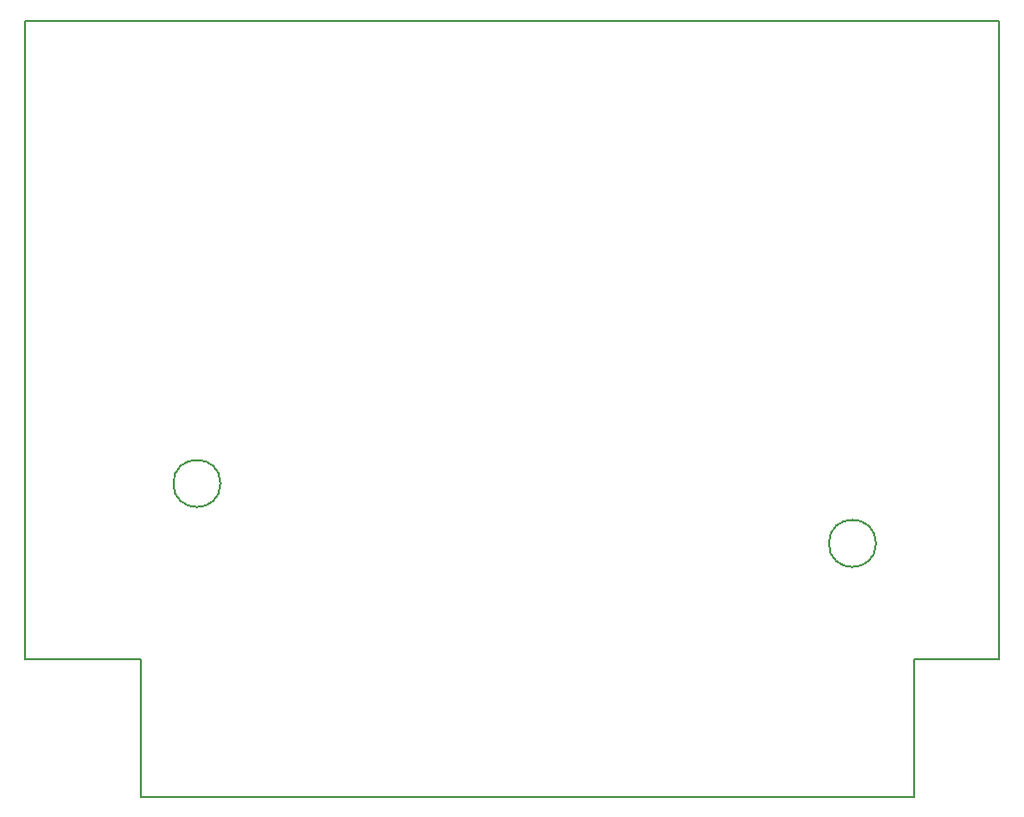
<source format=gm1>
G04 #@! TF.GenerationSoftware,KiCad,Pcbnew,(5.1.5)-3*
G04 #@! TF.CreationDate,2020-04-03T16:25:14+03:00*
G04 #@! TF.ProjectId,MSX USB Drive,4d535820-5553-4422-9044-726976652e6b,rev?*
G04 #@! TF.SameCoordinates,Original*
G04 #@! TF.FileFunction,Profile,NP*
%FSLAX46Y46*%
G04 Gerber Fmt 4.6, Leading zero omitted, Abs format (unit mm)*
G04 Created by KiCad (PCBNEW (5.1.5)-3) date 2020-04-03 16:25:14*
%MOMM*%
%LPD*%
G04 APERTURE LIST*
%ADD10C,0.150000*%
G04 APERTURE END LIST*
D10*
X192151000Y-137922000D02*
X199390000Y-137922000D01*
X192151000Y-149606000D02*
X191897000Y-149606000D01*
X126619000Y-149606000D02*
X126873000Y-149606000D01*
X126619000Y-137922000D02*
X116840000Y-137922000D01*
X133380000Y-123055000D02*
G75*
G03X133380000Y-123055000I-2000000J0D01*
G01*
X188940000Y-128135000D02*
G75*
G03X188940000Y-128135000I-2000000J0D01*
G01*
X199390000Y-83820000D02*
X199390000Y-137922000D01*
X127635000Y-83820000D02*
X199390000Y-83820000D01*
X116840000Y-83820000D02*
X127635000Y-83820000D01*
X116840000Y-137922000D02*
X116840000Y-83820000D01*
X126619000Y-149606000D02*
X126619000Y-137922000D01*
X191897000Y-149606000D02*
X126873000Y-149606000D01*
X192151000Y-137922000D02*
X192151000Y-149606000D01*
M02*

</source>
